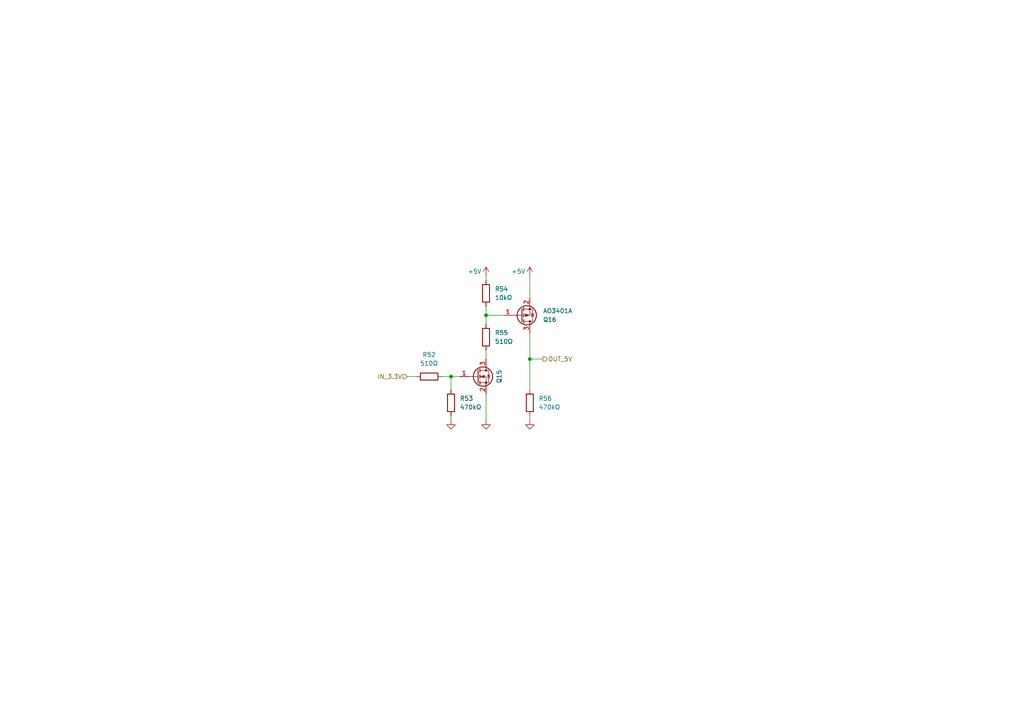
<source format=kicad_sch>
(kicad_sch (version 20250114) (generator "eeschema") (generator_version "9.0")
  (paper "A4")
  (lib_symbols
    (symbol "Device:R" (pin_numbers (hide yes)) (pin_names (offset 0))
      (property "Reference" "R" (at 2.032 0 90))
      (property "Value" "R" (at 0 0 90))
      (symbol "R_0_1"
        (rectangle (start -1.016 -2.54) (end 1.016 2.54) (stroke (width 0.254)))
      )
      (symbol "R_1_1"
        (pin passive line (at 0 3.81 270) (length 1.27) (name "~") (number "1"))
        (pin passive line (at 0 -3.81 90) (length 1.27) (name "~") (number "2"))
      )
    )
    (symbol "Transistor_FET:2N7002" (pin_names (offset 0) (hide yes))
      (property "Reference" "Q" (at 5.08 1.905 0))
      (property "Value" "2N7002" (at 5.08 0 0))
      (symbol "2N7002_0_1"
        (polyline (pts (xy 0.254 1.905) (xy 0.254 -1.905)) (stroke (width 0.254)))
        (polyline (pts (xy 0.254 0) (xy -2.54 0)))
        (polyline (pts (xy 0.762 2.286) (xy 0.762 1.27)) (stroke (width 0.254)))
        (polyline (pts (xy 0.762 0.508) (xy 0.762 -0.508)) (stroke (width 0.254)))
        (polyline (pts (xy 0.762 -1.27) (xy 0.762 -2.286)) (stroke (width 0.254)))
        (polyline (pts (xy 0.762 -1.778) (xy 3.302 -1.778) (xy 3.302 1.778) (xy 0.762 1.778)))
        (polyline (pts (xy 1.016 0) (xy 2.032 0.381) (xy 2.032 -0.381) (xy 1.016 0)) (fill (type outline)))
        (circle (center 1.651 0) (radius 2.794) (stroke (width 0.254)))
        (polyline (pts (xy 2.54 2.54) (xy 2.54 1.778)))
        (circle (center 2.54 1.778) (radius 0.254) (fill (type outline)))
        (circle (center 2.54 -1.778) (radius 0.254) (fill (type outline)))
        (polyline (pts (xy 2.54 -2.54) (xy 2.54 0) (xy 0.762 0)))
        (polyline (pts (xy 2.921 0.381) (xy 3.683 0.381)))
        (polyline (pts (xy 3.302 0.381) (xy 2.921 -0.254) (xy 3.683 -0.254) (xy 3.302 0.381)))
      )
      (symbol "2N7002_1_1"
        (pin input line (at -5.08 0 0) (length 2.54) (name "G") (number "1"))
        (pin passive line (at 2.54 5.08 270) (length 2.54) (name "D") (number "3"))
        (pin passive line (at 2.54 -5.08 90) (length 2.54) (name "S") (number "2"))
      )
    )
    (symbol "Transistor_FET:AO3401A" (pin_names (hide yes))
      (property "Reference" "Q" (at 5.08 1.905 0))
      (property "Value" "AO3401A" (at 5.08 0 0))
      (symbol "AO3401A_0_1"
        (polyline (pts (xy 0.254 1.905) (xy 0.254 -1.905)) (stroke (width 0.254)))
        (polyline (pts (xy 0.254 0) (xy -2.54 0)))
        (polyline (pts (xy 0.762 2.286) (xy 0.762 1.27)) (stroke (width 0.254)))
        (polyline (pts (xy 0.762 1.778) (xy 3.302 1.778) (xy 3.302 -1.778) (xy 0.762 -1.778)))
        (polyline (pts (xy 0.762 0.508) (xy 0.762 -0.508)) (stroke (width 0.254)))
        (polyline (pts (xy 0.762 -1.27) (xy 0.762 -2.286)) (stroke (width 0.254)))
        (circle (center 1.651 0) (radius 2.794) (stroke (width 0.254)))
        (polyline (pts (xy 2.286 0) (xy 1.27 0.381) (xy 1.27 -0.381) (xy 2.286 0)) (fill (type outline)))
        (polyline (pts (xy 2.54 2.54) (xy 2.54 1.778)))
        (circle (center 2.54 1.778) (radius 0.254) (fill (type outline)))
        (circle (center 2.54 -1.778) (radius 0.254) (fill (type outline)))
        (polyline (pts (xy 2.54 -2.54) (xy 2.54 0) (xy 0.762 0)))
        (polyline (pts (xy 2.794 -0.508) (xy 2.921 -0.381) (xy 3.683 -0.381) (xy 3.81 -0.254)))
        (polyline (pts (xy 3.302 -0.381) (xy 2.921 0.254) (xy 3.683 0.254) (xy 3.302 -0.381)))
      )
      (symbol "AO3401A_1_1"
        (pin input line (at -5.08 0 0) (length 2.54) (name "G") (number "1"))
        (pin passive line (at 2.54 5.08 270) (length 2.54) (name "D") (number "3"))
        (pin passive line (at 2.54 -5.08 90) (length 2.54) (name "S") (number "2"))
      )
    )
    (symbol "power:+5V" (power) (pin_numbers (hide yes)) (pin_names (offset 0) (hide yes))
      (property "Value" "+5V" (at 0 3.556 0))
      (symbol "+5V_0_1"
        (polyline (pts (xy -0.762 1.27) (xy 0 2.54)))
        (polyline (pts (xy 0 2.54) (xy 0.762 1.27)))
        (polyline (pts (xy 0 0) (xy 0 2.54)))
      )
      (symbol "+5V_1_1"
        (pin power_in line (at 0 0 90) (length 0) (name "~") (number "1"))
      )
    )
    (symbol "power:GND" (power) (pin_numbers (hide yes)) (pin_names (offset 0) (hide yes))
      (property "Value" "GND" (at 0 -3.81 0))
      (symbol "GND_0_1"
        (polyline (pts (xy 0 0) (xy 0 -1.27) (xy 1.27 -1.27) (xy 0 -2.54) (xy -1.27 -1.27) (xy 0 -1.27)))
      )
      (symbol "GND_1_1"
        (pin power_in line (at 0 0 270) (length 0) (name "~") (number "1"))
      )
    )
  )
  (junction (at 153.67 104.14))
  (junction (at 130.81 109.22))
  (junction (at 140.97 91.44))
  (wire (pts (xy 140.97 80.01) (xy 140.97 81.28)))
  (wire (pts (xy 140.97 88.9) (xy 140.97 91.44)))
  (wire (pts (xy 153.67 104.14) (xy 157.48 104.14)))
  (wire (pts (xy 153.67 120.65) (xy 153.67 121.92)))
  (wire (pts (xy 146.05 91.44) (xy 140.97 91.44)))
  (wire (pts (xy 130.81 109.22) (xy 130.81 113.03)))
  (wire (pts (xy 128.27 109.22) (xy 130.81 109.22)))
  (wire (pts (xy 140.97 101.6) (xy 140.97 104.14)))
  (wire (pts (xy 153.67 80.01) (xy 153.67 86.36)))
  (wire (pts (xy 118.11 109.22) (xy 120.65 109.22)))
  (wire (pts (xy 153.67 96.52) (xy 153.67 104.14)))
  (wire (pts (xy 130.81 109.22) (xy 133.35 109.22)))
  (wire (pts (xy 130.81 120.65) (xy 130.81 121.92)))
  (wire (pts (xy 153.67 104.14) (xy 153.67 113.03)))
  (wire (pts (xy 140.97 114.3) (xy 140.97 121.92)))
  (wire (pts (xy 140.97 91.44) (xy 140.97 93.98)))
  (hierarchical_label "IN_3.3V" (shape input) (at 118.11 109.22 180))
  (hierarchical_label "OUT_5V" (shape output) (at 157.48 104.14 0))
  (symbol (lib_id "power:GND") (at 153.67 121.92 0) (unit 1)
    (property "Reference" "#PWR0115" (effects (hide yes)))
    (property "Value" "GND" (effects (hide yes)))
    (instances (project "apple_peeler_pcb" (path "" (reference "#PWR0120") (unit 1)) (path "" (reference "#PWR0115") (unit 1))))
  )
  (symbol (lib_id "power:+5V") (at 153.67 80.01 0) (unit 1)
    (property "Reference" "#PWR0114" (effects (hide yes)))
    (property "Value" "+5V" (at 152.4 78.74 0) (effects (justify right)))
    (property "Description" "Power symbol creates a global label with name \"+5V\"" (effects (hide yes)))
    (instances (project "apple_peeler_pcb" (path "" (reference "#PWR0119") (unit 1)) (path "" (reference "#PWR0114") (unit 1))))
  )
  (symbol (lib_id "Device:R") (at 140.97 85.09 0) (unit 1)
    (property "Reference" "R49" (at 143.51 83.8199 0) (effects (justify left)))
    (property "Value" "10kΩ" (at 143.51 86.3599 0) (effects (justify left)))
    (property "Footprint" "Resistor_SMD:R_0805_2012Metric" (effects (hide yes)))
    (property "Description" "Resistor" (effects (hide yes)))
    (property "MPN" "R 10kΩ 125mW 0805" (effects (hide yes)))
    (property "LCSC" "C17414" (effects (hide yes)))
    (instances (project "apple_peeler_pcb" (path "" (reference "R54") (unit 1)) (path "" (reference "R49") (unit 1))))
  )
  (symbol (lib_id "power:+5V") (at 140.97 80.01 0) (unit 1)
    (property "Reference" "#PWR0112" (effects (hide yes)))
    (property "Value" "+5V" (at 139.7 78.74 0) (effects (justify right)))
    (property "Description" "Power symbol creates a global label with name \"+5V\"" (effects (hide yes)))
    (instances (project "apple_peeler_pcb" (path "" (reference "#PWR0117") (unit 1)) (path "" (reference "#PWR0112") (unit 1))))
  )
  (symbol (lib_id "Device:R") (at 140.97 97.79 0) (unit 1)
    (property "Reference" "R50" (at 143.51 96.5199 0) (effects (justify left)))
    (property "Value" "510Ω" (at 143.51 99.0599 0) (effects (justify left)))
    (property "Footprint" "Resistor_SMD:R_0805_2012Metric" (effects (hide yes)))
    (property "Description" "Resistor" (effects (hide yes)))
    (property "MPN" "R 510Ω 125mW 0805" (effects (hide yes)))
    (property "LCSC" "C17734" (effects (hide yes)))
    (instances (project "apple_peeler_pcb" (path "" (reference "R55") (unit 1)) (path "" (reference "R50") (unit 1))))
  )
  (symbol (lib_id "Device:R") (at 124.46 109.22 90) (unit 1)
    (property "Reference" "R47" (at 124.46 102.87 90))
    (property "Value" "510Ω" (at 124.46 105.41 90))
    (property "Footprint" "Resistor_SMD:R_0805_2012Metric" (effects (hide yes)))
    (property "Description" "Resistor" (effects (hide yes)))
    (property "MPN" "R 510Ω 125mW 0805" (effects (hide yes)))
    (property "LCSC" "C17734" (effects (hide yes)))
    (instances (project "apple_peeler_pcb" (path "" (reference "R52") (unit 1)) (path "" (reference "R47") (unit 1))))
  )
  (symbol (lib_id "power:GND") (at 140.97 121.92 0) (unit 1)
    (property "Reference" "#PWR0113" (effects (hide yes)))
    (property "Value" "GND" (effects (hide yes)))
    (instances (project "apple_peeler_pcb" (path "" (reference "#PWR0118") (unit 1)) (path "" (reference "#PWR0113") (unit 1))))
  )
  (symbol (lib_id "power:GND") (at 130.81 121.92 0) (unit 1)
    (property "Reference" "#PWR0111" (effects (hide yes)))
    (property "Value" "GND" (effects (hide yes)))
    (instances (project "apple_peeler_pcb" (path "" (reference "#PWR0116") (unit 1)) (path "" (reference "#PWR0111") (unit 1))))
  )
  (symbol (lib_id "Device:R") (at 153.67 116.84 0) (unit 1)
    (property "Reference" "R51" (at 156.21 115.5699 0) (effects (justify left)))
    (property "Value" "470kΩ" (at 156.21 118.1099 0) (effects (justify left)))
    (property "Footprint" "Resistor_SMD:R_0805_2012Metric" (effects (hide yes)))
    (property "Description" "Resistor" (effects (hide yes)))
    (property "MPN" "R 470kΩ 125mW 0805" (effects (hide yes)))
    (property "LCSC" "C17709" (effects (hide yes)))
    (instances (project "apple_peeler_pcb" (path "" (reference "R56") (unit 1)) (path "" (reference "R51") (unit 1))))
  )
  (symbol (lib_id "Transistor_FET:AO3401A") (at 151.13 91.44 0) (mirror x) (unit 1)
    (property "Reference" "Q14" (at 157.48 92.7101 0) (effects (justify left)))
    (property "Value" "AO3401A" (at 157.48 90.1701 0) (effects (justify left)))
    (property "Footprint" "Package_TO_SOT_SMD:SOT-23" (effects (hide yes)))
    (property "Datasheet" "http://www.aosmd.com/pdfs/datasheet/AO3401A.pdf" (effects (hide yes)))
    (property "Description" "-4.0A Id, -30V Vds, P-Channel MOSFET, SOT-23" (effects (hide yes)))
    (property "MPN" "AO3401A" (effects (hide yes)))
    (property "LCSC" "C15127" (effects (hide yes)))
    (instances (project "apple_peeler_pcb" (path "" (reference "Q16") (unit 1)) (path "" (reference "Q14") (unit 1))))
  )
  (symbol (lib_id "Transistor_FET:2N7002") (at 138.43 109.22 0) (unit 1)
    (property "Reference" "Q13" (at 144.78 109.22 90))
    (property "Value" "2N7002" (effects (hide yes)))
    (property "Footprint" "Package_TO_SOT_SMD:SOT-23" (effects (hide yes)))
    (property "Datasheet" "https://www.onsemi.com/pub/Collateral/NDS7002A-D.PDF" (effects (hide yes)))
    (property "Description" "0.115A Id, 60V Vds, N-Channel MOSFET, SOT-23" (effects (hide yes)))
    (property "MPN" "2N7002" (effects (hide yes)))
    (property "LCSC" "C8545" (effects (hide yes)))
    (instances (project "apple_peeler_pcb" (path "" (reference "Q15") (unit 1)) (path "" (reference "Q13") (unit 1))))
  )
  (symbol (lib_id "Device:R") (at 130.81 116.84 0) (unit 1)
    (property "Reference" "R48" (at 133.35 115.5699 0) (effects (justify left)))
    (property "Value" "470kΩ" (at 133.35 118.1099 0) (effects (justify left)))
    (property "Footprint" "Resistor_SMD:R_0805_2012Metric" (effects (hide yes)))
    (property "Description" "Resistor" (effects (hide yes)))
    (property "MPN" "R 470kΩ 125mW 0805" (effects (hide yes)))
    (property "LCSC" "C17709" (effects (hide yes)))
    (instances (project "apple_peeler_pcb" (path "" (reference "R53") (unit 1)) (path "" (reference "R48") (unit 1))))
  )
)
</source>
